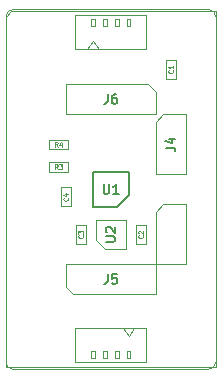
<source format=gbr>
%TF.GenerationSoftware,KiCad,Pcbnew,5.1.6+dfsg1-1~bpo10+1*%
%TF.CreationDate,Date%
%TF.ProjectId,ProMicro_QWIIC,50726f4d-6963-4726-9f5f-51574949432e,v1.0*%
%TF.SameCoordinates,Original*%
%TF.FileFunction,Other,Fab,Top*%
%FSLAX45Y45*%
G04 Gerber Fmt 4.5, Leading zero omitted, Abs format (unit mm)*
G04 Created by KiCad*
%MOMM*%
%LPD*%
G01*
G04 APERTURE LIST*
%TA.AperFunction,Profile*%
%ADD10C,0.100000*%
%TD*%
%ADD11C,0.100000*%
%ADD12C,0.150000*%
%ADD13C,0.060000*%
%ADD14C,0.200000*%
G04 APERTURE END LIST*
D10*
X1651000Y63500D02*
X1651000Y-2857500D01*
X-127000Y-2857500D02*
X-127000Y63500D01*
X-63500Y-2921000D02*
G75*
G02*
X-127000Y-2857500I0J63500D01*
G01*
X1651000Y-2857500D02*
G75*
G02*
X1587500Y-2921000I-63500J0D01*
G01*
X1587500Y127000D02*
G75*
G02*
X1651000Y63500I0J-63500D01*
G01*
X-127000Y63500D02*
G75*
G02*
X-63500Y127000I63500J0D01*
G01*
X1587500Y-2921000D02*
X-63500Y-2921000D01*
X-63500Y127000D02*
X1587500Y127000D01*
D11*
X548000Y-1858000D02*
X468000Y-1858000D01*
X468000Y-1858000D02*
X468000Y-1698000D01*
X468000Y-1698000D02*
X548000Y-1698000D01*
X548000Y-1698000D02*
X548000Y-1858000D01*
X1056000Y-1858000D02*
X976000Y-1858000D01*
X976000Y-1858000D02*
X976000Y-1698000D01*
X976000Y-1698000D02*
X1056000Y-1698000D01*
X1056000Y-1698000D02*
X1056000Y-1858000D01*
X1143000Y-571500D02*
X1143000Y-762000D01*
X1143000Y-762000D02*
X381000Y-762000D01*
X381000Y-762000D02*
X381000Y-508000D01*
X381000Y-508000D02*
X1079500Y-508000D01*
X1079500Y-508000D02*
X1143000Y-571500D01*
X381000Y-2222500D02*
X381000Y-2032000D01*
X381000Y-2032000D02*
X1143000Y-2032000D01*
X1143000Y-2032000D02*
X1143000Y-2286000D01*
X1143000Y-2286000D02*
X444500Y-2286000D01*
X444500Y-2286000D02*
X381000Y-2222500D01*
X712000Y-1903000D02*
X637000Y-1828000D01*
X887000Y-1903000D02*
X712000Y-1903000D01*
X637000Y-1828000D02*
X637000Y-1653000D01*
X637000Y-1653000D02*
X887000Y-1653000D01*
X887000Y-1653000D02*
X887000Y-1903000D01*
D12*
X812000Y-1547000D02*
X612000Y-1547000D01*
X612000Y-1547000D02*
X612000Y-1247000D01*
X612000Y-1247000D02*
X912000Y-1247000D01*
X912000Y-1247000D02*
X912000Y-1447000D01*
X912000Y-1447000D02*
X812000Y-1547000D01*
D11*
X1206500Y-762000D02*
X1397000Y-762000D01*
X1397000Y-762000D02*
X1397000Y-1270000D01*
X1397000Y-1270000D02*
X1143000Y-1270000D01*
X1143000Y-1270000D02*
X1143000Y-825500D01*
X1143000Y-825500D02*
X1206500Y-762000D01*
X1206500Y-1524000D02*
X1397000Y-1524000D01*
X1397000Y-1524000D02*
X1397000Y-2032000D01*
X1397000Y-2032000D02*
X1143000Y-2032000D01*
X1143000Y-2032000D02*
X1143000Y-1587500D01*
X1143000Y-1587500D02*
X1206500Y-1524000D01*
X237500Y-1056000D02*
X237500Y-976000D01*
X237500Y-976000D02*
X397500Y-976000D01*
X397500Y-976000D02*
X397500Y-1056000D01*
X397500Y-1056000D02*
X237500Y-1056000D01*
X237500Y-1246500D02*
X237500Y-1166500D01*
X237500Y-1166500D02*
X397500Y-1166500D01*
X397500Y-1166500D02*
X397500Y-1246500D01*
X397500Y-1246500D02*
X237500Y-1246500D01*
X1310000Y-461000D02*
X1230000Y-461000D01*
X1230000Y-461000D02*
X1230000Y-301000D01*
X1230000Y-301000D02*
X1310000Y-301000D01*
X1310000Y-301000D02*
X1310000Y-461000D01*
X1062000Y-2567000D02*
X462000Y-2567000D01*
X1062000Y-2857000D02*
X462000Y-2857000D01*
X1062000Y-2567000D02*
X1062000Y-2857000D01*
X462000Y-2567000D02*
X462000Y-2857000D01*
X927000Y-2822000D02*
X927000Y-2762000D01*
X927000Y-2762000D02*
X897000Y-2762000D01*
X897000Y-2762000D02*
X897000Y-2822000D01*
X897000Y-2822000D02*
X927000Y-2822000D01*
X827000Y-2822000D02*
X827000Y-2762000D01*
X827000Y-2762000D02*
X797000Y-2762000D01*
X797000Y-2762000D02*
X797000Y-2822000D01*
X797000Y-2822000D02*
X827000Y-2822000D01*
X727000Y-2822000D02*
X727000Y-2762000D01*
X727000Y-2762000D02*
X697000Y-2762000D01*
X697000Y-2762000D02*
X697000Y-2822000D01*
X697000Y-2822000D02*
X727000Y-2822000D01*
X627000Y-2822000D02*
X627000Y-2762000D01*
X627000Y-2762000D02*
X597000Y-2762000D01*
X597000Y-2762000D02*
X597000Y-2822000D01*
X597000Y-2822000D02*
X627000Y-2822000D01*
X962000Y-2567000D02*
X912000Y-2637711D01*
X912000Y-2637711D02*
X862000Y-2567000D01*
X462000Y-210000D02*
X1062000Y-210000D01*
X462000Y80000D02*
X1062000Y80000D01*
X462000Y-210000D02*
X462000Y80000D01*
X1062000Y-210000D02*
X1062000Y80000D01*
X597000Y45000D02*
X597000Y-15000D01*
X597000Y-15000D02*
X627000Y-15000D01*
X627000Y-15000D02*
X627000Y45000D01*
X627000Y45000D02*
X597000Y45000D01*
X697000Y45000D02*
X697000Y-15000D01*
X697000Y-15000D02*
X727000Y-15000D01*
X727000Y-15000D02*
X727000Y45000D01*
X727000Y45000D02*
X697000Y45000D01*
X797000Y45000D02*
X797000Y-15000D01*
X797000Y-15000D02*
X827000Y-15000D01*
X827000Y-15000D02*
X827000Y45000D01*
X827000Y45000D02*
X797000Y45000D01*
X897000Y45000D02*
X897000Y-15000D01*
X897000Y-15000D02*
X927000Y-15000D01*
X927000Y-15000D02*
X927000Y45000D01*
X927000Y45000D02*
X897000Y45000D01*
X562000Y-210000D02*
X612000Y-139289D01*
X612000Y-139289D02*
X662000Y-210000D01*
X1650000Y110000D02*
X1650000Y-2905000D01*
X-80000Y110000D02*
X1650000Y110000D01*
X-80000Y110000D02*
X-127000Y60000D01*
X-127000Y-2905000D02*
X-127000Y60000D01*
X1650000Y-2905000D02*
X-127000Y-2905000D01*
X341000Y-1380500D02*
X421000Y-1380500D01*
X421000Y-1380500D02*
X421000Y-1540500D01*
X421000Y-1540500D02*
X341000Y-1540500D01*
X341000Y-1540500D02*
X341000Y-1380500D01*
D13*
X522286Y-1784667D02*
X524190Y-1786571D01*
X526095Y-1792286D01*
X526095Y-1796095D01*
X524190Y-1801809D01*
X520381Y-1805619D01*
X516571Y-1807524D01*
X508952Y-1809428D01*
X503238Y-1809428D01*
X495619Y-1807524D01*
X491809Y-1805619D01*
X488000Y-1801809D01*
X486095Y-1796095D01*
X486095Y-1792286D01*
X488000Y-1786571D01*
X489905Y-1784667D01*
X486095Y-1771333D02*
X486095Y-1746571D01*
X501333Y-1759905D01*
X501333Y-1754190D01*
X503238Y-1750381D01*
X505143Y-1748476D01*
X508952Y-1746571D01*
X518476Y-1746571D01*
X522286Y-1748476D01*
X524190Y-1750381D01*
X526095Y-1754190D01*
X526095Y-1765619D01*
X524190Y-1769428D01*
X522286Y-1771333D01*
X1030286Y-1784667D02*
X1032190Y-1786571D01*
X1034095Y-1792286D01*
X1034095Y-1796095D01*
X1032190Y-1801809D01*
X1028381Y-1805619D01*
X1024571Y-1807524D01*
X1016952Y-1809428D01*
X1011238Y-1809428D01*
X1003619Y-1807524D01*
X999809Y-1805619D01*
X996000Y-1801809D01*
X994095Y-1796095D01*
X994095Y-1792286D01*
X996000Y-1786571D01*
X997905Y-1784667D01*
X997905Y-1769428D02*
X996000Y-1767524D01*
X994095Y-1763714D01*
X994095Y-1754190D01*
X996000Y-1750381D01*
X997905Y-1748476D01*
X1001714Y-1746571D01*
X1005524Y-1746571D01*
X1011238Y-1748476D01*
X1034095Y-1771333D01*
X1034095Y-1746571D01*
D14*
X735333Y-591190D02*
X735333Y-648333D01*
X731524Y-659762D01*
X723905Y-667381D01*
X712476Y-671190D01*
X704857Y-671190D01*
X807714Y-591190D02*
X792476Y-591190D01*
X784857Y-595000D01*
X781048Y-598810D01*
X773428Y-610238D01*
X769619Y-625476D01*
X769619Y-655952D01*
X773428Y-663571D01*
X777238Y-667381D01*
X784857Y-671190D01*
X800095Y-671190D01*
X807714Y-667381D01*
X811524Y-663571D01*
X815333Y-655952D01*
X815333Y-636905D01*
X811524Y-629286D01*
X807714Y-625476D01*
X800095Y-621667D01*
X784857Y-621667D01*
X777238Y-625476D01*
X773428Y-629286D01*
X769619Y-636905D01*
X735333Y-2115190D02*
X735333Y-2172333D01*
X731524Y-2183762D01*
X723905Y-2191381D01*
X712476Y-2195190D01*
X704857Y-2195190D01*
X811524Y-2115190D02*
X773428Y-2115190D01*
X769619Y-2153286D01*
X773428Y-2149476D01*
X781048Y-2145667D01*
X800095Y-2145667D01*
X807714Y-2149476D01*
X811524Y-2153286D01*
X815333Y-2160905D01*
X815333Y-2179952D01*
X811524Y-2187571D01*
X807714Y-2191381D01*
X800095Y-2195190D01*
X781048Y-2195190D01*
X773428Y-2191381D01*
X769619Y-2187571D01*
X718190Y-1838952D02*
X782952Y-1838952D01*
X790571Y-1835143D01*
X794381Y-1831333D01*
X798190Y-1823714D01*
X798190Y-1808476D01*
X794381Y-1800857D01*
X790571Y-1797048D01*
X782952Y-1793238D01*
X718190Y-1793238D01*
X725809Y-1758952D02*
X722000Y-1755143D01*
X718190Y-1747524D01*
X718190Y-1728476D01*
X722000Y-1720857D01*
X725809Y-1717048D01*
X733428Y-1713238D01*
X741048Y-1713238D01*
X752476Y-1717048D01*
X798190Y-1762762D01*
X798190Y-1713238D01*
X701048Y-1353190D02*
X701048Y-1417952D01*
X704857Y-1425571D01*
X708667Y-1429381D01*
X716286Y-1433190D01*
X731524Y-1433190D01*
X739143Y-1429381D01*
X742952Y-1425571D01*
X746762Y-1417952D01*
X746762Y-1353190D01*
X826762Y-1433190D02*
X781048Y-1433190D01*
X803905Y-1433190D02*
X803905Y-1353190D01*
X796286Y-1364619D01*
X788667Y-1372238D01*
X781048Y-1376048D01*
X1226190Y-1042667D02*
X1283333Y-1042667D01*
X1294762Y-1046476D01*
X1302381Y-1054095D01*
X1306190Y-1065524D01*
X1306190Y-1073143D01*
X1252857Y-970286D02*
X1306190Y-970286D01*
X1222381Y-989333D02*
X1279524Y-1008381D01*
X1279524Y-958857D01*
D13*
X310833Y-1034095D02*
X297500Y-1015048D01*
X287976Y-1034095D02*
X287976Y-994095D01*
X303214Y-994095D01*
X307024Y-996000D01*
X308929Y-997905D01*
X310833Y-1001714D01*
X310833Y-1007428D01*
X308929Y-1011238D01*
X307024Y-1013143D01*
X303214Y-1015048D01*
X287976Y-1015048D01*
X345119Y-1007428D02*
X345119Y-1034095D01*
X335595Y-992190D02*
X326071Y-1020762D01*
X350833Y-1020762D01*
X310833Y-1224595D02*
X297500Y-1205548D01*
X287976Y-1224595D02*
X287976Y-1184595D01*
X303214Y-1184595D01*
X307024Y-1186500D01*
X308929Y-1188405D01*
X310833Y-1192214D01*
X310833Y-1197929D01*
X308929Y-1201738D01*
X307024Y-1203643D01*
X303214Y-1205548D01*
X287976Y-1205548D01*
X324167Y-1184595D02*
X348929Y-1184595D01*
X335595Y-1199833D01*
X341310Y-1199833D01*
X345119Y-1201738D01*
X347024Y-1203643D01*
X348929Y-1207452D01*
X348929Y-1216976D01*
X347024Y-1220786D01*
X345119Y-1222690D01*
X341310Y-1224595D01*
X329881Y-1224595D01*
X326071Y-1222690D01*
X324167Y-1220786D01*
X1284286Y-387667D02*
X1286190Y-389571D01*
X1288095Y-395286D01*
X1288095Y-399095D01*
X1286190Y-404809D01*
X1282381Y-408619D01*
X1278571Y-410524D01*
X1270952Y-412428D01*
X1265238Y-412428D01*
X1257619Y-410524D01*
X1253810Y-408619D01*
X1250000Y-404809D01*
X1248095Y-399095D01*
X1248095Y-395286D01*
X1250000Y-389571D01*
X1251905Y-387667D01*
X1288095Y-349571D02*
X1288095Y-372428D01*
X1288095Y-361000D02*
X1248095Y-361000D01*
X1253810Y-364809D01*
X1257619Y-368619D01*
X1259524Y-372428D01*
X395286Y-1467167D02*
X397190Y-1469071D01*
X399095Y-1474786D01*
X399095Y-1478595D01*
X397190Y-1484309D01*
X393381Y-1488119D01*
X389571Y-1490024D01*
X381952Y-1491928D01*
X376238Y-1491928D01*
X368619Y-1490024D01*
X364809Y-1488119D01*
X361000Y-1484309D01*
X359095Y-1478595D01*
X359095Y-1474786D01*
X361000Y-1469071D01*
X362905Y-1467167D01*
X372428Y-1432881D02*
X399095Y-1432881D01*
X357190Y-1442405D02*
X385762Y-1451928D01*
X385762Y-1427167D01*
M02*

</source>
